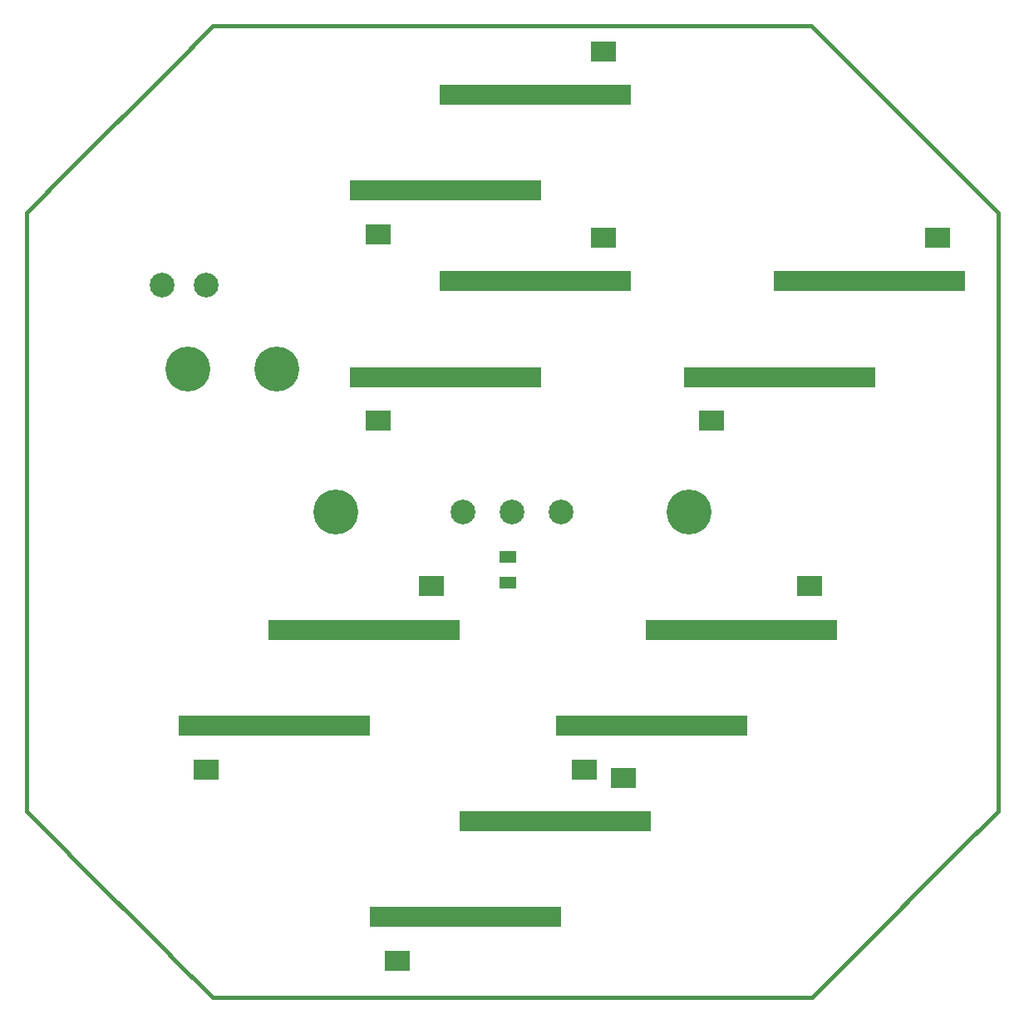
<source format=gts>
G04 (created by PCBNEW (2013-june-11)-stable) date Sun 22 Dec 2013 01:43:27 AM CST*
%MOIN*%
G04 Gerber Fmt 3.4, Leading zero omitted, Abs format*
%FSLAX34Y34*%
G01*
G70*
G90*
G04 APERTURE LIST*
%ADD10C,0.00590551*%
%ADD11C,0.015*%
%ADD12C,0.18*%
%ADD13C,0.0987*%
%ADD14R,0.0338X0.0495*%
%ADD15R,0.101X0.08*%
%ADD16R,0.77X0.08*%
G04 APERTURE END LIST*
G54D10*
G54D11*
X59122Y-27015D02*
X35114Y-27015D01*
X66607Y-58488D02*
X66607Y-34504D01*
X35114Y-65984D02*
X59142Y-65984D01*
X27638Y-58504D02*
X27638Y-34500D01*
X33390Y-64256D02*
X35110Y-65976D01*
X27643Y-58508D02*
X27642Y-58508D01*
X29351Y-60216D02*
X27643Y-58508D01*
X59142Y-65969D02*
X59142Y-65980D01*
X60851Y-64260D02*
X59142Y-65969D01*
X66607Y-58503D02*
X66607Y-58500D01*
X64890Y-60220D02*
X66607Y-58503D01*
X66603Y-34492D02*
X66603Y-34496D01*
X64886Y-32775D02*
X66603Y-34492D01*
X59126Y-27015D02*
X59126Y-27012D01*
X60843Y-28732D02*
X59126Y-27015D01*
X33402Y-28728D02*
X35118Y-27012D01*
X27638Y-34495D02*
X27638Y-34496D01*
X29358Y-32775D02*
X27638Y-34495D01*
X29355Y-32779D02*
X33402Y-28732D01*
X64890Y-32779D02*
X60843Y-28732D01*
X60843Y-64267D02*
X64890Y-60220D01*
X33402Y-64267D02*
X29358Y-60223D01*
G54D12*
X34134Y-40787D03*
X37677Y-40787D03*
X40039Y-46496D03*
X54212Y-46496D03*
G54D13*
X47126Y-46496D03*
X49095Y-46496D03*
X45158Y-46496D03*
X33070Y-37401D03*
X34842Y-37401D03*
G54D14*
X47116Y-48288D03*
X46782Y-48288D03*
X46782Y-49350D03*
X47116Y-49350D03*
G54D15*
X43894Y-49478D03*
G54D16*
X41169Y-51228D03*
G54D15*
X34845Y-56821D03*
G54D16*
X37570Y-55071D03*
G54D15*
X51571Y-57155D03*
G54D16*
X48846Y-58905D03*
G54D15*
X42523Y-64498D03*
G54D16*
X45248Y-62748D03*
G54D15*
X59051Y-49478D03*
G54D16*
X56326Y-51228D03*
G54D15*
X50003Y-56821D03*
G54D16*
X52728Y-55071D03*
G54D15*
X64169Y-35501D03*
G54D16*
X61444Y-37251D03*
G54D15*
X55121Y-42844D03*
G54D16*
X57846Y-41094D03*
G54D15*
X50784Y-28021D03*
G54D16*
X48059Y-29771D03*
G54D15*
X41735Y-35364D03*
G54D16*
X44460Y-33614D03*
G54D15*
X50784Y-35501D03*
G54D16*
X48059Y-37251D03*
G54D15*
X41735Y-42844D03*
G54D16*
X44460Y-41094D03*
M02*

</source>
